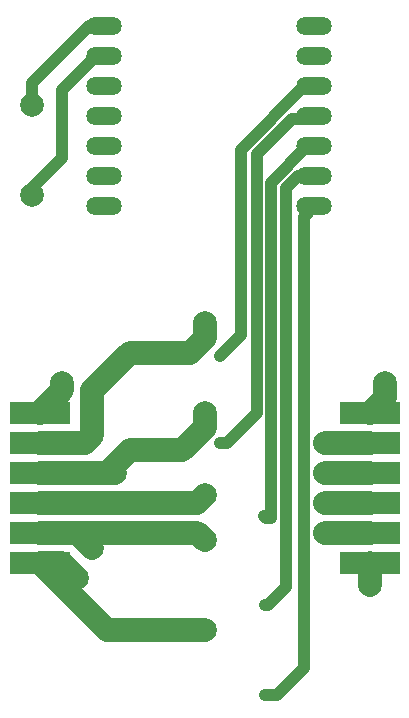
<source format=gbr>
%TF.GenerationSoftware,KiCad,Pcbnew,(6.0.6-0)*%
%TF.CreationDate,2025-03-25T10:56:26+01:00*%
%TF.ProjectId,5outputs,356f7574-7075-4747-932e-6b696361645f,rev?*%
%TF.SameCoordinates,Original*%
%TF.FileFunction,Copper,L2,Bot*%
%TF.FilePolarity,Positive*%
%FSLAX46Y46*%
G04 Gerber Fmt 4.6, Leading zero omitted, Abs format (unit mm)*
G04 Created by KiCad (PCBNEW (6.0.6-0)) date 2025-03-25 10:56:26*
%MOMM*%
%LPD*%
G01*
G04 APERTURE LIST*
G04 Aperture macros list*
%AMRoundRect*
0 Rectangle with rounded corners*
0 $1 Rounding radius*
0 $2 $3 $4 $5 $6 $7 $8 $9 X,Y pos of 4 corners*
0 Add a 4 corners polygon primitive as box body*
4,1,4,$2,$3,$4,$5,$6,$7,$8,$9,$2,$3,0*
0 Add four circle primitives for the rounded corners*
1,1,$1+$1,$2,$3*
1,1,$1+$1,$4,$5*
1,1,$1+$1,$6,$7*
1,1,$1+$1,$8,$9*
0 Add four rect primitives between the rounded corners*
20,1,$1+$1,$2,$3,$4,$5,0*
20,1,$1+$1,$4,$5,$6,$7,0*
20,1,$1+$1,$6,$7,$8,$9,0*
20,1,$1+$1,$8,$9,$2,$3,0*%
G04 Aperture macros list end*
%TA.AperFunction,SMDPad,CuDef*%
%ADD10RoundRect,0.800000X0.700000X0.000000X-0.700000X0.000000X-0.700000X0.000000X0.700000X0.000000X0*%
%TD*%
%TA.AperFunction,SMDPad,CuDef*%
%ADD11R,5.080000X1.905000*%
%TD*%
%TA.AperFunction,ViaPad*%
%ADD12C,2.000000*%
%TD*%
%TA.AperFunction,ViaPad*%
%ADD13C,1.000000*%
%TD*%
%TA.AperFunction,Conductor*%
%ADD14C,1.000000*%
%TD*%
%TA.AperFunction,Conductor*%
%ADD15C,2.000000*%
%TD*%
G04 APERTURE END LIST*
D10*
%TO.P,U4,1,PA02_A0_D0*%
%TO.N,unconnected-(U4-Pad1)*%
X222392000Y-33556076D03*
%TO.P,U4,2,PA4_A1_D1*%
%TO.N,unconnected-(U4-Pad2)*%
X222392000Y-36096076D03*
%TO.P,U4,3,PA10_A2_D2*%
%TO.N,OUT5*%
X222392000Y-38636076D03*
%TO.P,U4,4,PA11_A3_D3*%
%TO.N,OUT4*%
X222392000Y-41176076D03*
%TO.P,U4,5,PA8_A4_D4_SDA*%
%TO.N,OUT3*%
X222392000Y-43716076D03*
%TO.P,U4,6,PA9_A5_D5_SCL*%
%TO.N,OUT2*%
X222392000Y-46256076D03*
%TO.P,U4,7,PB08_A6_D6_TX*%
%TO.N,OUT1*%
X222392000Y-48796076D03*
%TO.P,U4,8,PB09_A7_D7_RX*%
%TO.N,unconnected-(U4-Pad8)*%
X204612000Y-48796076D03*
%TO.P,U4,9,PA7_A8_D8_SCK*%
%TO.N,unconnected-(U4-Pad9)*%
X204612000Y-46256076D03*
%TO.P,U4,10,PA5_A9_D9_MISO*%
%TO.N,unconnected-(U4-Pad10)*%
X204612000Y-43716076D03*
%TO.P,U4,11,PA6_A10_D10_MOSI*%
%TO.N,unconnected-(U4-Pad11)*%
X204612000Y-41176076D03*
%TO.P,U4,12,3V3*%
%TO.N,unconnected-(U4-Pad12)*%
X204612000Y-38636076D03*
%TO.P,U4,13,GND*%
%TO.N,GND*%
X204612000Y-36096076D03*
%TO.P,U4,14,5V*%
%TO.N,+5V*%
X204612000Y-33556076D03*
%TD*%
D11*
%TO.P,J3,1,Pin_1*%
%TO.N,+12V*%
X199136000Y-66294000D03*
%TO.P,J3,2,Pin_2*%
%TO.N,GND_OUT5*%
X199136000Y-68834000D03*
%TO.P,J3,3,Pin_3*%
%TO.N,GND_OUT4*%
X199136000Y-71374000D03*
%TO.P,J3,4,Pin_4*%
%TO.N,GND_OUT3*%
X199136000Y-73914000D03*
%TO.P,J3,5,Pin_5*%
%TO.N,GND_OUT2*%
X199136000Y-76454000D03*
%TO.P,J3,6,Pin_6*%
%TO.N,GND_OUT1*%
X199136000Y-78994000D03*
%TD*%
%TO.P,J5,1,Pin_1*%
%TO.N,+12V*%
X227076000Y-66294000D03*
%TO.P,J5,2,Pin_2*%
%TO.N,GND_OUT5*%
X227076000Y-68834000D03*
%TO.P,J5,3,Pin_3*%
%TO.N,GND_OUT4*%
X227076000Y-71374000D03*
%TO.P,J5,4,Pin_4*%
%TO.N,GND_OUT3*%
X227076000Y-73914000D03*
%TO.P,J5,5,Pin_5*%
%TO.N,GND_OUT2*%
X227076000Y-76454000D03*
%TO.P,J5,6,Pin_6*%
%TO.N,GND_OUT1*%
X227076000Y-78994000D03*
%TD*%
D12*
%TO.N,GND*%
X198501000Y-47879000D03*
D13*
%TO.N,OUT1*%
X218186000Y-90170000D03*
%TO.N,OUT3*%
X218127272Y-74988728D03*
%TO.N,OUT2*%
X218186000Y-82550000D03*
%TO.N,OUT4*%
X214376000Y-68834000D03*
D12*
%TO.N,GND_OUT1*%
X227076000Y-80899000D03*
X202311000Y-80264000D03*
X213106000Y-84709000D03*
%TO.N,GND_OUT2*%
X223266000Y-76454000D03*
X213106000Y-77089000D03*
X203581000Y-77724000D03*
%TO.N,GND_OUT3*%
X223266000Y-73914000D03*
X213106000Y-73279000D03*
X202946000Y-73914000D03*
D13*
%TO.N,OUT5*%
X214376000Y-61468000D03*
D12*
%TO.N,+5V*%
X198501000Y-40259000D03*
%TO.N,+12V*%
X201041000Y-63754000D03*
X228346000Y-63754000D03*
%TO.N,GND_OUT4*%
X205486000Y-71374000D03*
X213106000Y-66294000D03*
X223266000Y-71374000D03*
%TO.N,GND_OUT5*%
X213106000Y-58674000D03*
X223266000Y-68834000D03*
X203581000Y-68199000D03*
%TD*%
D14*
%TO.N,GND*%
X201041000Y-43434000D02*
X201041000Y-44704000D01*
X201041000Y-44704000D02*
X198501000Y-47244000D01*
X201041000Y-38989000D02*
X201041000Y-43434000D01*
X198501000Y-47244000D02*
X198501000Y-47879000D01*
X204612000Y-36096076D02*
X203933924Y-36096076D01*
X203933924Y-36096076D02*
X201041000Y-38989000D01*
%TO.N,OUT1*%
X221488000Y-49700076D02*
X221488000Y-87884000D01*
X222392000Y-48796076D02*
X221488000Y-49700076D01*
X219202000Y-90170000D02*
X218186000Y-90170000D01*
X221488000Y-87884000D02*
X219202000Y-90170000D01*
%TO.N,OUT3*%
X218694000Y-46816944D02*
X218694000Y-75184000D01*
X218694000Y-75184000D02*
X218322544Y-75184000D01*
X221794868Y-43716076D02*
X218694000Y-46816944D01*
X218322544Y-75184000D02*
X218127272Y-74988728D01*
X222392000Y-43716076D02*
X221794868Y-43716076D01*
%TO.N,OUT2*%
X219964000Y-81026000D02*
X218440000Y-82550000D01*
X222363924Y-46228000D02*
X220980000Y-46228000D01*
X222392000Y-46256076D02*
X222363924Y-46228000D01*
X218440000Y-82550000D02*
X218186000Y-82550000D01*
X219964000Y-47244000D02*
X219964000Y-81026000D01*
X220980000Y-46228000D02*
X219964000Y-47244000D01*
%TO.N,OUT4*%
X222392000Y-41176076D02*
X222166076Y-41402000D01*
X217494000Y-66294000D02*
X214954000Y-68834000D01*
X220472000Y-41402000D02*
X217494000Y-44380000D01*
X222166076Y-41402000D02*
X220472000Y-41402000D01*
X214954000Y-68834000D02*
X214376000Y-68834000D01*
X217494000Y-44380000D02*
X217494000Y-66294000D01*
D15*
%TO.N,GND_OUT1*%
X213106000Y-84709000D02*
X204851000Y-84709000D01*
X199136000Y-78994000D02*
X201041000Y-78994000D01*
X201041000Y-78994000D02*
X202311000Y-80264000D01*
X204851000Y-84709000D02*
X199136000Y-78994000D01*
X227076000Y-80899000D02*
X227076000Y-78994000D01*
%TO.N,GND_OUT2*%
X212471000Y-76454000D02*
X199136000Y-76454000D01*
X202311000Y-76454000D02*
X203581000Y-77724000D01*
X199136000Y-76454000D02*
X202311000Y-76454000D01*
X227076000Y-76454000D02*
X223266000Y-76454000D01*
X213106000Y-77089000D02*
X212471000Y-76454000D01*
%TO.N,GND_OUT3*%
X212471000Y-73914000D02*
X199136000Y-73914000D01*
X227076000Y-73914000D02*
X223266000Y-73914000D01*
X213106000Y-73279000D02*
X212471000Y-73914000D01*
X202946000Y-73914000D02*
X199136000Y-73914000D01*
D14*
%TO.N,OUT5*%
X216154000Y-44022944D02*
X216154000Y-59690000D01*
X216154000Y-59690000D02*
X214376000Y-61468000D01*
X221540868Y-38636076D02*
X216154000Y-44022944D01*
X222392000Y-38636076D02*
X221540868Y-38636076D01*
%TO.N,+5V*%
X203298924Y-33556076D02*
X201676000Y-35179000D01*
X198501000Y-38354000D02*
X198501000Y-40259000D01*
X204612000Y-33556076D02*
X203298924Y-33556076D01*
X201676000Y-35179000D02*
X198501000Y-38354000D01*
D15*
%TO.N,+12V*%
X228346000Y-63754000D02*
X228346000Y-65024000D01*
X228346000Y-65024000D02*
X227076000Y-66294000D01*
X201041000Y-63754000D02*
X201041000Y-64389000D01*
X201041000Y-64389000D02*
X199136000Y-66294000D01*
%TO.N,GND_OUT4*%
X204851000Y-71374000D02*
X199136000Y-71374000D01*
X205486000Y-71374000D02*
X199136000Y-71374000D01*
X227076000Y-71374000D02*
X223266000Y-71374000D01*
X213106000Y-67564000D02*
X211201000Y-69469000D01*
X211201000Y-69469000D02*
X206756000Y-69469000D01*
X213106000Y-66294000D02*
X213106000Y-67564000D01*
X206756000Y-69469000D02*
X204851000Y-71374000D01*
%TO.N,GND_OUT5*%
X206756000Y-61214000D02*
X203581000Y-64389000D01*
X213106000Y-59944000D02*
X211836000Y-61214000D01*
X227076000Y-68834000D02*
X223266000Y-68834000D01*
X202946000Y-68834000D02*
X199136000Y-68834000D01*
X211836000Y-61214000D02*
X206756000Y-61214000D01*
X203581000Y-64389000D02*
X203581000Y-68199000D01*
X213106000Y-58674000D02*
X213106000Y-59944000D01*
X203581000Y-68199000D02*
X202946000Y-68834000D01*
%TD*%
M02*

</source>
